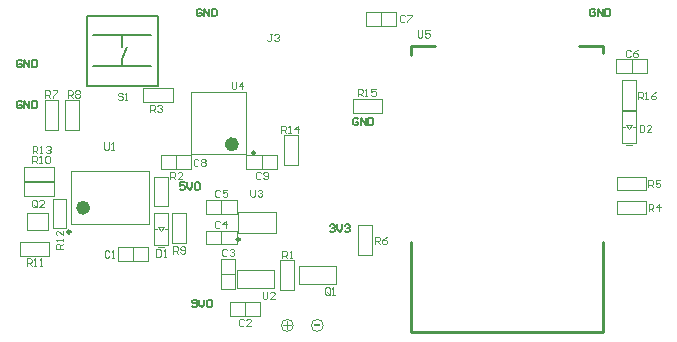
<source format=gbr>
%TF.GenerationSoftware,Altium Limited,Altium Designer,20.1.8 (145)*%
G04 Layer_Color=16777215*
%FSLAX45Y45*%
%MOMM*%
%TF.SameCoordinates,98D083CD-8668-4ABA-A521-F4C8EB5CE2D3*%
%TF.FilePolarity,Positive*%
%TF.FileFunction,Legend,Top*%
%TF.Part,Single*%
G01*
G75*
%TA.AperFunction,NonConductor*%
%ADD37C,0.10160*%
%ADD43C,0.60000*%
%ADD44C,0.25000*%
%ADD45C,0.25400*%
%ADD46C,0.20320*%
%ADD47C,0.20000*%
%ADD48C,0.12700*%
G36*
X2676477Y68448D02*
X2627043D01*
Y84425D01*
X2676477D01*
Y68448D01*
D02*
G37*
G36*
X2404344Y83602D02*
X2435287D01*
Y70599D01*
X2404344D01*
Y39327D01*
X2391177D01*
Y70599D01*
X2360234D01*
Y83602D01*
X2391177D01*
Y114545D01*
X2404344D01*
Y83602D01*
D02*
G37*
D37*
X369885Y1037108D02*
G03*
X369885Y1037108I-5080J0D01*
G01*
X2702560Y76200D02*
G03*
X2702560Y76200I-50800J0D01*
G01*
X2448561D02*
G03*
X2448561Y76200I-50800J0D01*
G01*
X1177060Y1967437D02*
X1425980D01*
X1177060D02*
Y2084277D01*
X1425980D01*
Y1967437D02*
Y2084277D01*
X1229280Y934740D02*
Y1386860D01*
X568880Y934740D02*
Y1386860D01*
X1229280D01*
X568880Y934740D02*
X1229280D01*
X1586660Y2051620D02*
X2051480D01*
X1586660Y1528380D02*
X2051480D01*
X1586660D02*
Y2051620D01*
X2051480Y1528380D02*
Y2051620D01*
X2806700Y579540D02*
X2806700Y427140D01*
X2496820Y579540D02*
X2806700Y579540D01*
X2496820Y427140D02*
X2806700D01*
X2496820D02*
Y579540D01*
X2282740Y541521D02*
X2282740Y389121D01*
X1972860Y541521D02*
X2282740Y541521D01*
X1972860Y389121D02*
X2282740D01*
X1972860D02*
Y541521D01*
X1272880Y1024580D02*
X1389720D01*
X1272880Y892500D02*
X1296300D01*
X1366300D02*
X1389720D01*
X1305900Y737560D02*
X1356700D01*
X1389720Y760420D02*
Y1024580D01*
X1272880Y760420D02*
Y1024580D01*
Y760420D02*
X1389720D01*
X1331300Y873196D02*
X1355953Y911296D01*
X1306647D02*
X1331300Y873196D01*
X1306647Y911296D02*
X1355953D01*
X5229860Y1888560D02*
X5346700D01*
X5229860Y1756480D02*
X5253280D01*
X5323280D02*
X5346700D01*
X5262880Y1601540D02*
X5313680D01*
X5346700Y1624400D02*
Y1888560D01*
X5229860Y1624400D02*
Y1888560D01*
Y1624400D02*
X5346700D01*
X5288280Y1737176D02*
X5312933Y1775276D01*
X5263627D02*
X5288280Y1737176D01*
X5263627Y1775276D02*
X5312933D01*
X2339341Y627320D02*
X2456181D01*
X2339341Y378400D02*
Y627320D01*
Y378400D02*
X2456181D01*
Y627320D01*
X1272880Y1085215D02*
X1389720D01*
Y1334135D01*
X1272880D02*
X1389720D01*
X1272880Y1085215D02*
Y1334135D01*
X5187249Y1015930D02*
Y1132770D01*
Y1015930D02*
X5436169D01*
Y1132770D01*
X5187249D02*
X5436169D01*
X5187249Y1218989D02*
Y1335829D01*
Y1218989D02*
X5436169D01*
Y1335829D01*
X5187249D02*
X5436169D01*
X2999740Y674600D02*
X3116580D01*
Y923520D01*
X2999740D02*
X3116580D01*
X2999740Y674600D02*
Y923520D01*
X342900Y1734820D02*
X459740D01*
Y1983740D01*
X342900D02*
X459740D01*
X342900Y1734820D02*
Y1983740D01*
X515020Y1734820D02*
X631860D01*
Y1983740D01*
X515020D02*
X631860D01*
X515020Y1734820D02*
Y1983740D01*
X1422400Y778040D02*
X1539240D01*
Y1026960D01*
X1422400D02*
X1539240D01*
X1422400Y778040D02*
Y1026960D01*
X421408Y1170940D02*
Y1287780D01*
X172488D02*
X421408D01*
X172488Y1170940D02*
Y1287780D01*
Y1170940D02*
X421408D01*
X381000Y665480D02*
Y782320D01*
X132080D02*
X381000D01*
X132080Y665480D02*
Y782320D01*
Y665480D02*
X381000D01*
X411480Y900312D02*
X528320D01*
Y1149232D01*
X411480D02*
X528320D01*
X411480Y900312D02*
Y1149232D01*
X172488Y1300585D02*
Y1417425D01*
Y1300585D02*
X421408D01*
Y1417425D01*
X172488D02*
X421408D01*
X2372360Y1436140D02*
X2489200D01*
Y1685060D01*
X2372360D02*
X2489200D01*
X2372360Y1436140D02*
Y1685060D01*
X2950843Y1875679D02*
Y1992519D01*
Y1875679D02*
X3199763D01*
Y1992519D01*
X2950843D02*
X3199763D01*
X5229860Y2152880D02*
X5346700D01*
X5229860Y1903960D02*
Y2152880D01*
Y1903960D02*
X5346700D01*
Y2152880D01*
X1091380Y619133D02*
Y735973D01*
X961840D02*
X1220920D01*
Y619133D02*
Y735973D01*
X961840Y619133D02*
X1220920D01*
X961840D02*
Y735973D01*
X2040180Y160020D02*
Y276860D01*
X1910640D02*
X2169720D01*
Y160020D02*
Y276860D01*
X1910640Y160020D02*
X2169720D01*
X1910640D02*
Y276860D01*
X1840180Y512821D02*
X1957020D01*
X1840180Y383281D02*
Y642361D01*
X1957020D01*
Y383281D02*
Y642361D01*
X1840180Y383281D02*
X1957020D01*
X1838720Y761421D02*
Y878261D01*
X1709180D02*
X1968260D01*
Y761421D02*
Y878261D01*
X1709180Y761421D02*
X1968260D01*
X1709180D02*
Y878261D01*
X1838720Y1021420D02*
Y1138260D01*
X1709180D02*
X1968260D01*
Y1021420D02*
Y1138260D01*
X1709180Y1021420D02*
X1968260D01*
X1709180D02*
Y1138260D01*
X5314209Y2217317D02*
Y2334157D01*
X5184669Y2217317D02*
X5443749D01*
X5184669D02*
Y2334157D01*
X5443749D01*
Y2217317D02*
Y2334157D01*
X2181550Y1399540D02*
Y1516380D01*
X2052010Y1399540D02*
X2311090D01*
X2052010D02*
Y1516380D01*
X2311090D01*
Y1399540D02*
Y1516380D01*
X3192200Y2611120D02*
Y2727960D01*
X3062660D02*
X3321740D01*
Y2611120D02*
Y2727960D01*
X3062660Y2611120D02*
X3321740D01*
X3062660D02*
Y2727960D01*
X1455300Y1399540D02*
Y1516380D01*
X1325760D02*
X1584840D01*
Y1399540D02*
Y1516380D01*
X1325760Y1399540D02*
X1584840D01*
X1325760D02*
Y1516380D01*
X1980240Y855940D02*
Y1033740D01*
X2305360Y855940D02*
Y1033740D01*
X1980240Y855940D02*
X2305360D01*
X1980240Y1033740D02*
X2305360D01*
X190500Y887500D02*
X373380D01*
Y1024660D01*
X190500Y887500D02*
Y1024660D01*
X373380D01*
X1237603Y1882746D02*
Y1943686D01*
X1268073D01*
X1278230Y1933529D01*
Y1913216D01*
X1268073Y1903059D01*
X1237603D01*
X1257916D02*
X1278230Y1882746D01*
X1298543Y1933529D02*
X1308700Y1943686D01*
X1329013D01*
X1339170Y1933529D01*
Y1923373D01*
X1329013Y1913216D01*
X1318856D01*
X1329013D01*
X1339170Y1903059D01*
Y1892902D01*
X1329013Y1882746D01*
X1308700D01*
X1298543Y1892902D01*
X5367574Y1992307D02*
Y2053247D01*
X5398044D01*
X5408201Y2043090D01*
Y2022777D01*
X5398044Y2012620D01*
X5367574D01*
X5387888D02*
X5408201Y1992307D01*
X5428514D02*
X5448828D01*
X5438671D01*
Y2053247D01*
X5428514Y2043090D01*
X5519925Y2053247D02*
X5499611Y2043090D01*
X5479298Y2022777D01*
Y2002464D01*
X5489455Y1992307D01*
X5509768D01*
X5519925Y2002464D01*
Y2012620D01*
X5509768Y2022777D01*
X5479298D01*
X5379737Y1772910D02*
Y1711970D01*
X5410207D01*
X5420363Y1722127D01*
Y1762753D01*
X5410207Y1772910D01*
X5379737D01*
X5481303Y1711970D02*
X5440677D01*
X5481303Y1752597D01*
Y1762753D01*
X5471147Y1772910D01*
X5450833D01*
X5440677Y1762753D01*
X2995270Y2018885D02*
Y2079825D01*
X3025740D01*
X3035897Y2069669D01*
Y2049355D01*
X3025740Y2039199D01*
X2995270D01*
X3015584D02*
X3035897Y2018885D01*
X3056210D02*
X3076524D01*
X3066367D01*
Y2079825D01*
X3056210Y2069669D01*
X3147621Y2079825D02*
X3106994D01*
Y2049355D01*
X3127307Y2059512D01*
X3137464D01*
X3147621Y2049355D01*
Y2029042D01*
X3137464Y2018885D01*
X3117150D01*
X3106994Y2029042D01*
X2346277Y1706272D02*
Y1767212D01*
X2376747D01*
X2386904Y1757055D01*
Y1736742D01*
X2376747Y1726585D01*
X2346277D01*
X2366590D02*
X2386904Y1706272D01*
X2407217D02*
X2427530D01*
X2417374D01*
Y1767212D01*
X2407217Y1757055D01*
X2488471Y1706272D02*
Y1767212D01*
X2458000Y1736742D01*
X2498627D01*
X1002781Y2037982D02*
X992624Y2048139D01*
X972311D01*
X962154Y2037982D01*
Y2027826D01*
X972311Y2017669D01*
X992624D01*
X1002781Y2007512D01*
Y1997356D01*
X992624Y1987199D01*
X972311D01*
X962154Y1997356D01*
X1023094Y1987199D02*
X1043408D01*
X1033251D01*
Y2048139D01*
X1023094Y2037982D01*
X240605Y1532371D02*
Y1593311D01*
X271075D01*
X281232Y1583154D01*
Y1562841D01*
X271075Y1552684D01*
X240605D01*
X260918D02*
X281232Y1532371D01*
X301545D02*
X321858D01*
X311702D01*
Y1593311D01*
X301545Y1583154D01*
X352328D02*
X362485Y1593311D01*
X382799D01*
X392955Y1583154D01*
Y1572997D01*
X382799Y1562841D01*
X372642D01*
X382799D01*
X392955Y1552684D01*
Y1542527D01*
X382799Y1532371D01*
X362485D01*
X352328Y1542527D01*
X275345Y1085704D02*
Y1126331D01*
X265188Y1136487D01*
X244875D01*
X234718Y1126331D01*
Y1085704D01*
X244875Y1075547D01*
X265188D01*
X255032Y1095861D02*
X275345Y1075547D01*
X265188D02*
X275345Y1085704D01*
X336285Y1075547D02*
X295659D01*
X336285Y1116174D01*
Y1126331D01*
X326129Y1136487D01*
X305815D01*
X295659Y1126331D01*
X496268Y726704D02*
X435328D01*
Y757174D01*
X445484Y767330D01*
X465798D01*
X475954Y757174D01*
Y726704D01*
Y747017D02*
X496268Y767330D01*
Y787644D02*
Y807957D01*
Y797801D01*
X435328D01*
X445484Y787644D01*
X496268Y879054D02*
Y838427D01*
X455641Y879054D01*
X445484D01*
X435328Y868897D01*
Y848584D01*
X445484Y838427D01*
X192626Y582811D02*
Y643751D01*
X223096D01*
X233253Y633595D01*
Y613281D01*
X223096Y603125D01*
X192626D01*
X212939D02*
X233253Y582811D01*
X253566D02*
X273880D01*
X263723D01*
Y643751D01*
X253566Y633595D01*
X304350Y582811D02*
X324663D01*
X314506D01*
Y643751D01*
X304350Y633595D01*
X238785Y1449564D02*
Y1510504D01*
X269255D01*
X279412Y1500348D01*
Y1480034D01*
X269255Y1469878D01*
X238785D01*
X259098D02*
X279412Y1449564D01*
X299725D02*
X320038D01*
X309882D01*
Y1510504D01*
X299725Y1500348D01*
X350509D02*
X360665Y1510504D01*
X380979D01*
X391135Y1500348D01*
Y1459721D01*
X380979Y1449564D01*
X360665D01*
X350509Y1459721D01*
Y1500348D01*
X1431733Y684013D02*
Y744953D01*
X1462203D01*
X1472360Y734796D01*
Y714483D01*
X1462203Y704326D01*
X1431733D01*
X1452046D02*
X1472360Y684013D01*
X1492673Y694169D02*
X1502830Y684013D01*
X1523143D01*
X1533300Y694169D01*
Y734796D01*
X1523143Y744953D01*
X1502830D01*
X1492673Y734796D01*
Y724639D01*
X1502830Y714483D01*
X1533300D01*
X1288752Y719422D02*
Y658482D01*
X1319222D01*
X1329379Y668639D01*
Y709266D01*
X1319222Y719422D01*
X1288752D01*
X1349692Y658482D02*
X1370006D01*
X1359849D01*
Y719422D01*
X1349692Y709266D01*
X539091Y2005885D02*
Y2066825D01*
X569561D01*
X579718Y2056669D01*
Y2036355D01*
X569561Y2026199D01*
X539091D01*
X559405D02*
X579718Y2005885D01*
X600032Y2056669D02*
X610188Y2066825D01*
X630502D01*
X640658Y2056669D01*
Y2046512D01*
X630502Y2036355D01*
X640658Y2026199D01*
Y2016042D01*
X630502Y2005885D01*
X610188D01*
X600032Y2016042D01*
Y2026199D01*
X610188Y2036355D01*
X600032Y2046512D01*
Y2056669D01*
X610188Y2036355D02*
X630502D01*
X349433Y2004410D02*
Y2065350D01*
X379903D01*
X390060Y2055193D01*
Y2034880D01*
X379903Y2024723D01*
X349433D01*
X369747D02*
X390060Y2004410D01*
X410374Y2065350D02*
X451000D01*
Y2055193D01*
X410374Y2014566D01*
Y2004410D01*
X3501677Y2573318D02*
Y2522535D01*
X3511834Y2512378D01*
X3532147D01*
X3542304Y2522535D01*
Y2573318D01*
X3603244D02*
X3562617D01*
Y2542848D01*
X3582931Y2553005D01*
X3593088D01*
X3603244Y2542848D01*
Y2522535D01*
X3593088Y2512378D01*
X3572774D01*
X3562617Y2522535D01*
X1925337Y2136130D02*
Y2085347D01*
X1935493Y2075190D01*
X1955807D01*
X1965963Y2085347D01*
Y2136130D01*
X2016747Y2075190D02*
Y2136130D01*
X1986277Y2105660D01*
X2026903D01*
X2085974Y1226971D02*
Y1176187D01*
X2096131Y1166031D01*
X2116444D01*
X2126601Y1176187D01*
Y1226971D01*
X2146914Y1216814D02*
X2157071Y1226971D01*
X2177385D01*
X2187541Y1216814D01*
Y1206657D01*
X2177385Y1196501D01*
X2167228D01*
X2177385D01*
X2187541Y1186344D01*
Y1176187D01*
X2177385Y1166031D01*
X2157071D01*
X2146914Y1176187D01*
X2189328Y359222D02*
Y308439D01*
X2199485Y298282D01*
X2219798D01*
X2229955Y308439D01*
Y359222D01*
X2290895Y298282D02*
X2250269D01*
X2290895Y338909D01*
Y349066D01*
X2280739Y359222D01*
X2260425D01*
X2250269Y349066D01*
X846903Y1626419D02*
Y1575636D01*
X857059Y1565479D01*
X877373D01*
X887529Y1575636D01*
Y1626419D01*
X907843Y1565479D02*
X928156D01*
X917999D01*
Y1626419D01*
X907843Y1616262D01*
X3140497Y767912D02*
Y828852D01*
X3170967D01*
X3181124Y818695D01*
Y798382D01*
X3170967Y788225D01*
X3140497D01*
X3160810D02*
X3181124Y767912D01*
X3242064Y828852D02*
X3221750Y818695D01*
X3201437Y798382D01*
Y778069D01*
X3211594Y767912D01*
X3231907D01*
X3242064Y778069D01*
Y788225D01*
X3231907Y798382D01*
X3201437D01*
X5455668Y1244884D02*
Y1305824D01*
X5486138D01*
X5496294Y1295668D01*
Y1275354D01*
X5486138Y1265198D01*
X5455668D01*
X5475981D02*
X5496294Y1244884D01*
X5557235Y1305824D02*
X5516608D01*
Y1275354D01*
X5536921Y1285511D01*
X5547078D01*
X5557235Y1275354D01*
Y1255041D01*
X5547078Y1244884D01*
X5526764D01*
X5516608Y1255041D01*
X5457308Y1044705D02*
Y1105645D01*
X5487778D01*
X5497935Y1095489D01*
Y1075175D01*
X5487778Y1065019D01*
X5457308D01*
X5477622D02*
X5497935Y1044705D01*
X5548718D02*
Y1105645D01*
X5518248Y1075175D01*
X5558875D01*
X1408633Y1312409D02*
Y1373349D01*
X1439104D01*
X1449260Y1363193D01*
Y1342879D01*
X1439104Y1332723D01*
X1408633D01*
X1428947D02*
X1449260Y1312409D01*
X1510200D02*
X1469574D01*
X1510200Y1353036D01*
Y1363193D01*
X1500044Y1373349D01*
X1479730D01*
X1469574Y1363193D01*
X2356424Y647352D02*
Y708292D01*
X2386894D01*
X2397050Y698136D01*
Y677822D01*
X2386894Y667665D01*
X2356424D01*
X2376737D02*
X2397050Y647352D01*
X2417364D02*
X2437677D01*
X2427520D01*
Y708292D01*
X2417364Y698136D01*
X2758440Y347987D02*
Y388613D01*
X2748283Y398770D01*
X2727970D01*
X2717813Y388613D01*
Y347987D01*
X2727970Y337830D01*
X2748283D01*
X2738127Y358143D02*
X2758440Y337830D01*
X2748283D02*
X2758440Y347987D01*
X2778753Y337830D02*
X2799067D01*
X2788910D01*
Y398770D01*
X2778753Y388613D01*
X1645923Y1478273D02*
X1635767Y1488430D01*
X1615453D01*
X1605297Y1478273D01*
Y1437647D01*
X1615453Y1427490D01*
X1635767D01*
X1645923Y1437647D01*
X1666237Y1478273D02*
X1676393Y1488430D01*
X1696707D01*
X1706863Y1478273D01*
Y1468117D01*
X1696707Y1457960D01*
X1706863Y1447803D01*
Y1437647D01*
X1696707Y1427490D01*
X1676393D01*
X1666237Y1437647D01*
Y1447803D01*
X1676393Y1457960D01*
X1666237Y1468117D01*
Y1478273D01*
X1676393Y1457960D02*
X1696707D01*
X3393194Y2691730D02*
X3383037Y2701887D01*
X3362724D01*
X3352567Y2691730D01*
Y2651103D01*
X3362724Y2640947D01*
X3383037D01*
X3393194Y2651103D01*
X3413507Y2701887D02*
X3454134D01*
Y2691730D01*
X3413507Y2651103D01*
Y2640947D01*
X2175490Y1364361D02*
X2165334Y1374518D01*
X2145020D01*
X2134864Y1364361D01*
Y1323734D01*
X2145020Y1313578D01*
X2165334D01*
X2175490Y1323734D01*
X2195804D02*
X2205961Y1313578D01*
X2226274D01*
X2236431Y1323734D01*
Y1364361D01*
X2226274Y1374518D01*
X2205961D01*
X2195804Y1364361D01*
Y1354205D01*
X2205961Y1344048D01*
X2236431D01*
X5304053Y2400083D02*
X5293896Y2410239D01*
X5273583D01*
X5263426Y2400083D01*
Y2359456D01*
X5273583Y2349299D01*
X5293896D01*
X5304053Y2359456D01*
X5364993Y2410239D02*
X5344679Y2400083D01*
X5324366Y2379769D01*
Y2359456D01*
X5334523Y2349299D01*
X5354836D01*
X5364993Y2359456D01*
Y2369612D01*
X5354836Y2379769D01*
X5324366D01*
X1829898Y1215083D02*
X1819742Y1225240D01*
X1799428D01*
X1789272Y1215083D01*
Y1174457D01*
X1799428Y1164300D01*
X1819742D01*
X1829898Y1174457D01*
X1890838Y1225240D02*
X1850212D01*
Y1194770D01*
X1870525Y1204927D01*
X1880682D01*
X1890838Y1194770D01*
Y1174457D01*
X1880682Y1164300D01*
X1860368D01*
X1850212Y1174457D01*
X1826521Y951470D02*
X1816364Y961627D01*
X1796051D01*
X1785894Y951470D01*
Y910843D01*
X1796051Y900687D01*
X1816364D01*
X1826521Y910843D01*
X1877304Y900687D02*
Y961627D01*
X1846834Y931157D01*
X1887461D01*
X1888705Y716376D02*
X1878548Y726533D01*
X1858235D01*
X1848078Y716376D01*
Y675749D01*
X1858235Y665593D01*
X1878548D01*
X1888705Y675749D01*
X1909019Y716376D02*
X1919175Y726533D01*
X1939489D01*
X1949645Y716376D01*
Y706220D01*
X1939489Y696063D01*
X1929332D01*
X1939489D01*
X1949645Y685906D01*
Y675749D01*
X1939489Y665593D01*
X1919175D01*
X1909019Y675749D01*
X2030949Y122812D02*
X2020793Y132968D01*
X2000479D01*
X1990323Y122812D01*
Y82185D01*
X2000479Y72028D01*
X2020793D01*
X2030949Y82185D01*
X2091890Y72028D02*
X2051263D01*
X2091890Y112655D01*
Y122812D01*
X2081733Y132968D01*
X2061420D01*
X2051263Y122812D01*
X890776Y701137D02*
X880620Y711293D01*
X860306D01*
X850149Y701137D01*
Y660510D01*
X860306Y650353D01*
X880620D01*
X890776Y660510D01*
X911090Y650353D02*
X931403D01*
X921246D01*
Y711293D01*
X911090Y701137D01*
X2268763Y2543464D02*
X2248450D01*
X2258607D01*
Y2492681D01*
X2248450Y2482524D01*
X2238293D01*
X2228137Y2492681D01*
X2289077Y2533307D02*
X2299233Y2543464D01*
X2319547D01*
X2329703Y2533307D01*
Y2523151D01*
X2319547Y2512994D01*
X2309390D01*
X2319547D01*
X2329703Y2502837D01*
Y2492681D01*
X2319547Y2482524D01*
X2299233D01*
X2289077Y2492681D01*
D43*
X699160Y1073380D02*
G03*
X699160Y1073380I-30000J0D01*
G01*
X1957800Y1610000D02*
G03*
X1957800Y1610000I-30000J0D01*
G01*
D44*
X561580Y868300D02*
G03*
X561580Y868300I-12500J0D01*
G01*
X2125331Y1537024D02*
G03*
X2125331Y1537024I-12500J0D01*
G01*
X1994951Y803503D02*
G03*
X1994951Y803503I-12500J0D01*
G01*
D45*
X5071496Y17569D02*
Y779569D01*
Y2379769D02*
Y2443269D01*
X4868296D02*
X5071496D01*
X3445896D02*
X3649096D01*
X3445896Y2367069D02*
Y2443269D01*
Y17569D02*
Y779569D01*
Y17569D02*
X5071496D01*
D46*
X1000000Y2333960D02*
X1042452Y2435293D01*
X702800Y2700000D02*
X1302800D01*
X751340Y2270000D02*
X1241560D01*
X751340Y2535000D02*
X1241560D01*
X1000000Y2270000D02*
Y2333960D01*
Y2435293D02*
Y2535000D01*
D47*
X702800Y2100000D02*
X1302800D01*
Y2700000D01*
X702800Y2100000D02*
Y2700000D01*
D48*
X150585Y2313869D02*
X140005Y2324449D01*
X118845D01*
X108265Y2313869D01*
Y2271550D01*
X118845Y2260970D01*
X140005D01*
X150585Y2271550D01*
Y2292710D01*
X129425D01*
X171744Y2260970D02*
Y2324449D01*
X214064Y2260970D01*
Y2324449D01*
X235224D02*
Y2260970D01*
X266964D01*
X277544Y2271550D01*
Y2313869D01*
X266964Y2324449D01*
X235224D01*
X5004661Y2747840D02*
X4994081Y2758419D01*
X4972921D01*
X4962341Y2747840D01*
Y2705520D01*
X4972921Y2694940D01*
X4994081D01*
X5004661Y2705520D01*
Y2726680D01*
X4983501D01*
X5025820Y2694940D02*
Y2758419D01*
X5068140Y2694940D01*
Y2758419D01*
X5089300D02*
Y2694940D01*
X5121040D01*
X5131619Y2705520D01*
Y2747840D01*
X5121040Y2758419D01*
X5089300D01*
X150585Y1966893D02*
X140005Y1977473D01*
X118845D01*
X108265Y1966893D01*
Y1924573D01*
X118845Y1913994D01*
X140005D01*
X150585Y1924573D01*
Y1945733D01*
X129425D01*
X171744Y1913994D02*
Y1977473D01*
X214064Y1913994D01*
Y1977473D01*
X235224D02*
Y1913994D01*
X266964D01*
X277544Y1924573D01*
Y1966893D01*
X266964Y1977473D01*
X235224D01*
X1672940Y2745945D02*
X1662360Y2756525D01*
X1641200D01*
X1630620Y2745945D01*
Y2703625D01*
X1641200Y2693045D01*
X1662360D01*
X1672940Y2703625D01*
Y2724785D01*
X1651780D01*
X1694100Y2693045D02*
Y2756525D01*
X1736419Y2693045D01*
Y2756525D01*
X1757579D02*
Y2693045D01*
X1789319D01*
X1799899Y2703625D01*
Y2745945D01*
X1789319Y2756525D01*
X1757579D01*
X3000541Y1823790D02*
X2989961Y1834369D01*
X2968801D01*
X2958221Y1823790D01*
Y1781470D01*
X2968801Y1770890D01*
X2989961D01*
X3000541Y1781470D01*
Y1802630D01*
X2979381D01*
X3021700Y1770890D02*
Y1834369D01*
X3064020Y1770890D01*
Y1834369D01*
X3085180D02*
Y1770890D01*
X3116920D01*
X3127499Y1781470D01*
Y1823790D01*
X3116920Y1834369D01*
X3085180D01*
X1589221Y241720D02*
X1599801Y231140D01*
X1620961D01*
X1631541Y241720D01*
Y284040D01*
X1620961Y294619D01*
X1599801D01*
X1589221Y284040D01*
Y273460D01*
X1599801Y262880D01*
X1631541D01*
X1652700Y294619D02*
Y252300D01*
X1673860Y231140D01*
X1695020Y252300D01*
Y294619D01*
X1716180Y284040D02*
X1726760Y294619D01*
X1747920D01*
X1758499Y284040D01*
Y241720D01*
X1747920Y231140D01*
X1726760D01*
X1716180Y241720D01*
Y284040D01*
X1528348Y1287170D02*
X1486028D01*
Y1255430D01*
X1507188Y1266010D01*
X1517768D01*
X1528348Y1255430D01*
Y1234270D01*
X1517768Y1223690D01*
X1496608D01*
X1486028Y1234270D01*
X1549508Y1287170D02*
Y1244850D01*
X1570667Y1223690D01*
X1591827Y1244850D01*
Y1287170D01*
X1612987Y1276590D02*
X1623567Y1287170D01*
X1644727D01*
X1655307Y1276590D01*
Y1234270D01*
X1644727Y1223690D01*
X1623567D01*
X1612987Y1234270D01*
Y1276590D01*
X2756148Y920900D02*
X2766728Y931479D01*
X2787887D01*
X2798467Y920900D01*
Y910320D01*
X2787887Y899740D01*
X2777307D01*
X2787887D01*
X2798467Y889160D01*
Y878580D01*
X2787887Y868000D01*
X2766728D01*
X2756148Y878580D01*
X2819627Y931479D02*
Y889160D01*
X2840787Y868000D01*
X2861947Y889160D01*
Y931479D01*
X2883107Y920900D02*
X2893686Y931479D01*
X2914846D01*
X2925426Y920900D01*
Y910320D01*
X2914846Y899740D01*
X2904266D01*
X2914846D01*
X2925426Y889160D01*
Y878580D01*
X2914846Y868000D01*
X2893686D01*
X2883107Y878580D01*
%TF.MD5,5a80601ebe526024515307695d9e7ad6*%
M02*

</source>
